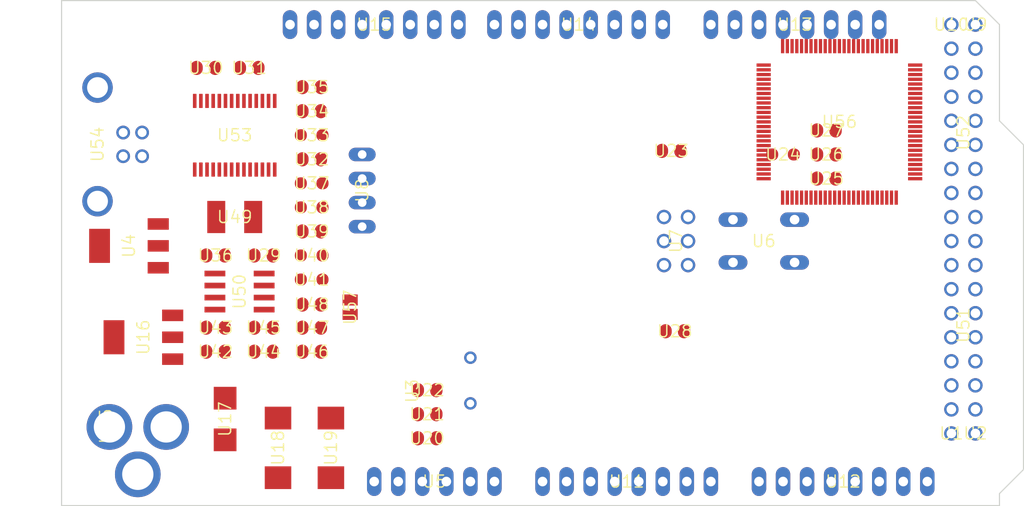
<source format=kicad_pcb>
(kicad_pcb (version 20221018) (generator pcbnew)
  (layers (0 "F.Cu" signal "Top") (31 "B.Cu" signal "Bottom") (34 "B.Paste" user) (35 "F.Paste" user) (36 "B.SilkS" user "B.Silkscreen") (37 "F.SilkS" user "F.Silkscreen") (38 "B.Mask" user) (39 "F.Mask" user) (44 "Edge.Cuts" user))
  (net 0 "")
  (net 1 "+5V")
  (net 2 "GND")
  (net 3 "N$6")
  (net 4 "N$7")
  (net 5 "AREF")
  (net 6 "RESET")
  (net 7 "VIN")
  (net 8 "N$3")
  (net 9 "PWRIN")
  (net 10 "M8RXD")
  (net 11 "M8TXD")
  (net 12 "ADC0")
  (net 13 "ADC2")
  (net 14 "ADC1")
  (net 15 "ADC3")
  (net 16 "ADC4")
  (net 17 "ADC5")
  (net 18 "ADC6")
  (net 19 "ADC7")
  (net 20 "+3V3")
  (net 21 "SDA")
  (net 22 "SCL")
  (net 23 "ADC9")
  (net 24 "ADC8")
  (net 25 "ADC10")
  (net 26 "ADC11")
  (net 27 "ADC12")
  (net 28 "ADC13")
  (net 29 "ADC14")
  (net 30 "ADC15")
  (net 31 "PB3")
  (net 32 "PB2")
  (net 33 "PB1")
  (net 34 "PB5")
  (net 35 "PB4")
  (net 36 "PE5")
  (net 37 "PE4")
  (net 38 "PE3")
  (net 39 "PE1")
  (net 40 "PE0")
  (net 41 "N$15")
  (net 42 "N$53")
  (net 43 "N$54")
  (net 44 "N$55")
  (net 45 "D-")
  (net 46 "D+")
  (net 47 "N$60")
  (net 48 "DTR")
  (net 49 "USBVCC")
  (net 50 "N$2")
  (net 51 "N$4")
  (net 52 "GATE_CMD")
  (net 53 "CMP")
  (net 54 "PB6")
  (net 55 "PH3")
  (net 56 "PH4")
  (net 57 "PH5")
  (net 58 "PH6")
  (net 59 "PG5")
  (net 60 "RXD1")
  (net 61 "TXD1")
  (net 62 "RXD2")
  (net 63 "RXD3")
  (net 64 "TXD2")
  (net 65 "TXD3")
  (net 66 "PC0")
  (net 67 "PC1")
  (net 68 "PC2")
  (net 69 "PC3")
  (net 70 "PC4")
  (net 71 "PC5")
  (net 72 "PC6")
  (net 73 "PC7")
  (net 74 "PB0")
  (net 75 "PG0")
  (net 76 "PG1")
  (net 77 "PG2")
  (net 78 "PD7")
  (net 79 "PA0")
  (net 80 "PA1")
  (net 81 "PA2")
  (net 82 "PA3")
  (net 83 "PA4")
  (net 84 "PA5")
  (net 85 "PA6")
  (net 86 "PA7")
  (net 87 "PL0")
  (net 88 "PL1")
  (net 89 "PL2")
  (net 90 "PL3")
  (net 91 "PL4")
  (net 92 "PL5")
  (net 93 "PL6")
  (net 94 "PL7")
  (net 95 "PB7")
  (net 96 "CTS")
  (net 97 "DSR")
  (net 98 "DCD")
  (net 99 "RI")
  (footprint "Arduino_MEGA_Reference_Design:2X03" (layer "F.Cu") (at 162.5981 103.7336 -90)
    (fp_text reference "U7")
    (fp_text value "")
  )
  (footprint "Arduino_MEGA_Reference_Design:1X08" (layer "F.Cu") (at 152.3111 80.8736 180)
    (fp_text reference "U14")
    (fp_text value "")
  )
  (footprint "Arduino_MEGA_Reference_Design:1X08" (layer "F.Cu") (at 130.7211 80.8736 180)
    (fp_text reference "U15")
    (fp_text value "")
  )
  (footprint "Arduino_MEGA_Reference_Design:SMC_D" (layer "F.Cu") (at 120.5611 125.5776 -90)
    (fp_text reference "U18")
    (fp_text value "")
  )
  (footprint "Arduino_MEGA_Reference_Design:SMC_D" (layer "F.Cu") (at 126.1491 125.5776 -90)
    (fp_text reference "U19")
    (fp_text value "")
  )
  (footprint "Arduino_MEGA_Reference_Design:B3F-10XX" (layer "F.Cu") (at 171.8691 103.7336 180)
    (fp_text reference "U6")
    (fp_text value "")
  )
  (footprint "Arduino_MEGA_Reference_Design:0805RND" (layer "F.Cu") (at 173.9011 94.5896 180)
    (fp_text reference "U24")
    (fp_text value "")
  )
  (footprint "Arduino_MEGA_Reference_Design:SMB" (layer "F.Cu") (at 114.9731 122.5296 -90)
    (fp_text reference "U17")
    (fp_text value "")
  )
  (footprint "Arduino_MEGA_Reference_Design:DC-21MM" (layer "F.Cu") (at 103.0351 123.2916 90)
    (fp_text reference "U55")
    (fp_text value "")
  )
  (footprint "Arduino_MEGA_Reference_Design:HC49_S" (layer "F.Cu") (at 140.8811 118.4656 90)
    (fp_text reference "U3")
    (fp_text value "")
  )
  (footprint "Arduino_MEGA_Reference_Design:SOT223" (layer "F.Cu") (at 106.3371 113.8936 90)
    (fp_text reference "U16")
    (fp_text value "")
  )
  (footprint "Arduino_MEGA_Reference_Design:1X06" (layer "F.Cu") (at 137.0711 129.1336)
    (fp_text reference "U5")
    (fp_text value "")
  )
  (footprint "Arduino_MEGA_Reference_Design:C0805RND" (layer "F.Cu") (at 124.1171 87.4776)
    (fp_text reference "U35")
    (fp_text value "")
  )
  (footprint "Arduino_MEGA_Reference_Design:C0805RND" (layer "F.Cu") (at 162.4711 113.2586)
    (fp_text reference "U28")
    (fp_text value "")
  )
  (footprint "Arduino_MEGA_Reference_Design:C0805RND" (layer "F.Cu") (at 136.3091 122.0216)
    (fp_text reference "U21")
    (fp_text value "")
  )
  (footprint "Arduino_MEGA_Reference_Design:C0805RND" (layer "F.Cu") (at 136.3091 119.4816)
    (fp_text reference "U22")
    (fp_text value "")
  )
  (footprint "Arduino_MEGA_Reference_Design:C0805RND" (layer "F.Cu") (at 113.9571 112.8776)
    (fp_text reference "U43")
    (fp_text value "")
  )
  (footprint "Arduino_MEGA_Reference_Design:RCL_0805RND" (layer "F.Cu") (at 124.1171 105.2576)
    (fp_text reference "U40")
    (fp_text value "")
  )
  (footprint "Arduino_MEGA_Reference_Design:RCL_0805RND" (layer "F.Cu") (at 124.1171 107.7976)
    (fp_text reference "U41")
    (fp_text value "")
  )
  (footprint "Arduino_MEGA_Reference_Design:1X08" (layer "F.Cu") (at 157.3911 129.1336)
    (fp_text reference "U11")
    (fp_text value "")
  )
  (footprint "Arduino_MEGA_Reference_Design:1X08" (layer "F.Cu") (at 175.1711 80.8736 180)
    (fp_text reference "U13")
    (fp_text value "")
  )
  (footprint "Arduino_MEGA_Reference_Design:R0805RND" (layer "F.Cu") (at 178.4731 94.5896 180)
    (fp_text reference "U26")
    (fp_text value "")
  )
  (footprint "Arduino_MEGA_Reference_Design:R0805RND" (layer "F.Cu") (at 178.4731 92.0496 180)
    (fp_text reference "U27")
    (fp_text value "")
  )
  (footprint "Arduino_MEGA_Reference_Design:TQFP100" (layer "F.Cu") (at 179.85678100585938 91.14759826660156 0)
    (fp_text reference "U56")
    (fp_text value "")
  )
  (footprint "Arduino_MEGA_Reference_Design:C0805RND" (layer "F.Cu") (at 162.0901 94.2086 180)
    (fp_text reference "U23")
    (fp_text value "")
  )
  (footprint "Arduino_MEGA_Reference_Design:C0805RND" (layer "F.Cu") (at 136.3091 124.5616)
    (fp_text reference "U20")
    (fp_text value "")
  )
  (footprint "Arduino_MEGA_Reference_Design:1X08" (layer "F.Cu") (at 180.2511 129.1336)
    (fp_text reference "U12")
    (fp_text value "")
  )
  (footprint "Arduino_MEGA_Reference_Design:R0805RND" (layer "F.Cu") (at 124.1171 112.8776)
    (fp_text reference "U47")
    (fp_text value "")
  )
  (footprint "Arduino_MEGA_Reference_Design:C0805RND" (layer "F.Cu") (at 124.1171 115.4176)
    (fp_text reference "U46")
    (fp_text value "")
  )
  (footprint "Arduino_MEGA_Reference_Design:C0805RND" (layer "F.Cu") (at 113.9571 105.2576)
    (fp_text reference "U36")
    (fp_text value "")
  )
  (footprint "Arduino_MEGA_Reference_Design:C0805RND" (layer "F.Cu") (at 112.9411 85.4456)
    (fp_text reference "U30")
    (fp_text value "")
  )
  (footprint "Arduino_MEGA_Reference_Design:0805RND" (layer "F.Cu") (at 124.1171 100.1776 180)
    (fp_text reference "U38")
    (fp_text value "")
  )
  (footprint "Arduino_MEGA_Reference_Design:0805RND" (layer "F.Cu") (at 124.1171 97.6376 180)
    (fp_text reference "U37")
    (fp_text value "")
  )
  (footprint "Arduino_MEGA_Reference_Design:R0805RND" (layer "F.Cu") (at 124.1171 95.0976)
    (fp_text reference "U32")
    (fp_text value "")
  )
  (footprint "Arduino_MEGA_Reference_Design:R0805RND" (layer "F.Cu") (at 124.1171 102.7176)
    (fp_text reference "U39")
    (fp_text value "")
  )
  (footprint "Arduino_MEGA_Reference_Design:SSOP28" (layer "F.Cu") (at 115.9891 92.5576)
    (fp_text reference "U53")
    (fp_text value "")
  )
  (footprint "Arduino_MEGA_Reference_Design:PN61729" (layer "F.Cu") (at 98.9584 93.5228 -90)
    (fp_text reference "U54")
    (fp_text value "")
  )
  (footprint "Arduino_MEGA_Reference_Design:L1812" (layer "F.Cu") (at 115.9891 101.1936)
    (fp_text reference "U49")
    (fp_text value "")
  )
  (footprint "Arduino_MEGA_Reference_Design:C0805RND" (layer "F.Cu") (at 117.5131 85.4456)
    (fp_text reference "U31")
    (fp_text value "")
  )
  (footprint "Arduino_MEGA_Reference_Design:0805RND" (layer "F.Cu") (at 124.1171 92.5576 180)
    (fp_text reference "U33")
    (fp_text value "")
  )
  (footprint "Arduino_MEGA_Reference_Design:R0805RND" (layer "F.Cu") (at 124.1171 90.0176 180)
    (fp_text reference "U34")
    (fp_text value "")
  )
  (footprint "Arduino_MEGA_Reference_Design:C0805RND" (layer "F.Cu") (at 124.1171 110.4392 180)
    (fp_text reference "U48")
    (fp_text value "")
  )
  (footprint "Arduino_MEGA_Reference_Design:SOT223" (layer "F.Cu") (at 104.8131 104.2416 90)
    (fp_text reference "U4")
    (fp_text value "")
  )
  (footprint "Arduino_MEGA_Reference_Design:SO08" (layer "F.Cu") (at 116.4971 109.0676 -90)
    (fp_text reference "U50")
    (fp_text value "")
  )
  (footprint "Arduino_MEGA_Reference_Design:R0805RND" (layer "F.Cu") (at 113.9571 115.4176 180)
    (fp_text reference "U42")
    (fp_text value "")
  )
  (footprint "Arduino_MEGA_Reference_Design:R0805RND" (layer "F.Cu") (at 119.0371 112.8776 180)
    (fp_text reference "U45")
    (fp_text value "")
  )
  (footprint "Arduino_MEGA_Reference_Design:C0805RND" (layer "F.Cu") (at 119.0371 115.4176 180)
    (fp_text reference "U44")
    (fp_text value "")
  )
  (footprint "Arduino_MEGA_Reference_Design:C0805RND" (layer "F.Cu") (at 119.0371 105.2576)
    (fp_text reference "U29")
    (fp_text value "")
  )
  (footprint "Arduino_MEGA_Reference_Design:2X08" (layer "F.Cu") (at 192.9511 92.3036 90)
    (fp_text reference "U52")
    (fp_text value "")
  )
  (footprint "Arduino_MEGA_Reference_Design:2X08" (layer "F.Cu") (at 192.9511 112.6236 90)
    (fp_text reference "U51")
    (fp_text value "")
  )
  (footprint "Arduino_MEGA_Reference_Design:R0805RND" (layer "F.Cu") (at 178.4731 97.1296 180)
    (fp_text reference "U25")
    (fp_text value "")
  )
  (footprint "Arduino_MEGA_Reference_Design:1X01" (layer "F.Cu") (at 191.6811 80.8736)
    (fp_text reference "U10")
    (fp_text value "")
  )
  (footprint "Arduino_MEGA_Reference_Design:1X01" (layer "F.Cu") (at 194.2211 80.8736)
    (fp_text reference "U9")
    (fp_text value "")
  )
  (footprint "Arduino_MEGA_Reference_Design:1X01" (layer "F.Cu") (at 191.6811 124.0536)
    (fp_text reference "U1")
    (fp_text value "")
  )
  (footprint "Arduino_MEGA_Reference_Design:1X01" (layer "F.Cu") (at 194.2211 124.0536)
    (fp_text reference "U2")
    (fp_text value "")
  )
  (footprint "Arduino_MEGA_Reference_Design:SJ" (layer "F.Cu") (at 128.1811 110.7186 -90)
    (fp_text reference "U57")
    (fp_text value "")
  )
  (footprint "Arduino_MEGA_Reference_Design:JP4" (layer "F.Cu") (at 129.4511 98.3996 -90)
    (fp_text reference "U8")
    (fp_text value "")
  )
  (gr_line (start 196.7611 80.8736) (end 196.7611 91.0336) (layer "Edge.Cuts") (width 0.12))
  (gr_line (start 196.7611 130.4036) (end 196.7611 131.6736) (layer "Edge.Cuts") (width 0.12))
  (gr_line (start 194.2211 78.3336) (end 196.7611 80.8736) (layer "Edge.Cuts") (width 0.12))
  (gr_line (start 97.7011 78.3336) (end 194.2211 78.3336) (layer "Edge.Cuts") (width 0.12))
  (gr_line (start 196.7611 91.0336) (end 199.3011 93.5736) (layer "Edge.Cuts") (width 0.12))
  (gr_line (start 97.7011 131.6736) (end 97.7011 78.3336) (layer "Edge.Cuts") (width 0.12))
  (gr_line (start 196.7611 131.6736) (end 97.7011 131.6736) (layer "Edge.Cuts") (width 0.12))
  (gr_line (start 199.3011 93.5736) (end 199.3011 127.8636) (layer "Edge.Cuts") (width 0.12))
  (gr_line (start 199.3011 127.8636) (end 196.7611 130.4036) (layer "Edge.Cuts") (width 0.12))
)
</source>
